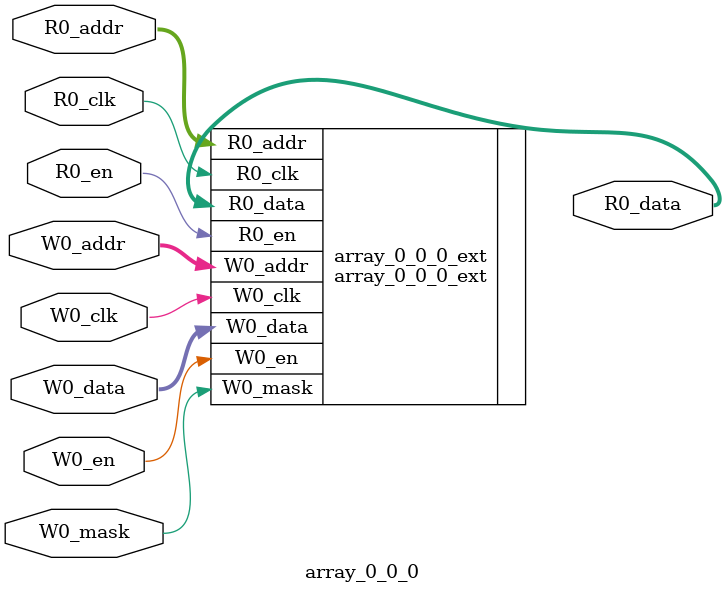
<source format=sv>
`ifndef RANDOMIZE
  `ifdef RANDOMIZE_REG_INIT
    `define RANDOMIZE
  `endif // RANDOMIZE_REG_INIT
`endif // not def RANDOMIZE
`ifndef RANDOMIZE
  `ifdef RANDOMIZE_MEM_INIT
    `define RANDOMIZE
  `endif // RANDOMIZE_MEM_INIT
`endif // not def RANDOMIZE

`ifndef RANDOM
  `define RANDOM $random
`endif // not def RANDOM

// Users can define 'PRINTF_COND' to add an extra gate to prints.
`ifndef PRINTF_COND_
  `ifdef PRINTF_COND
    `define PRINTF_COND_ (`PRINTF_COND)
  `else  // PRINTF_COND
    `define PRINTF_COND_ 1
  `endif // PRINTF_COND
`endif // not def PRINTF_COND_

// Users can define INIT_RANDOM as general code that gets injected into the
// initializer block for modules with registers.
`ifndef INIT_RANDOM
  `define INIT_RANDOM
`endif // not def INIT_RANDOM

// If using random initialization, you can also define RANDOMIZE_DELAY to
// customize the delay used, otherwise 0.002 is used.
`ifndef RANDOMIZE_DELAY
  `define RANDOMIZE_DELAY 0.002
`endif // not def RANDOMIZE_DELAY

// Define INIT_RANDOM_PROLOG_ for use in our modules below.
`ifndef INIT_RANDOM_PROLOG_
  `ifdef RANDOMIZE
    `ifdef VERILATOR
      `define INIT_RANDOM_PROLOG_ `INIT_RANDOM
    `else  // VERILATOR
      `define INIT_RANDOM_PROLOG_ `INIT_RANDOM #`RANDOMIZE_DELAY begin end
    `endif // VERILATOR
  `else  // RANDOMIZE
    `define INIT_RANDOM_PROLOG_
  `endif // RANDOMIZE
`endif // not def INIT_RANDOM_PROLOG_

// Include register initializers in init blocks unless synthesis is set
`ifndef SYNTHESIS
  `ifndef ENABLE_INITIAL_REG_
    `define ENABLE_INITIAL_REG_
  `endif // not def ENABLE_INITIAL_REG_
`endif // not def SYNTHESIS

// Include rmemory initializers in init blocks unless synthesis is set
`ifndef SYNTHESIS
  `ifndef ENABLE_INITIAL_MEM_
    `define ENABLE_INITIAL_MEM_
  `endif // not def ENABLE_INITIAL_MEM_
`endif // not def SYNTHESIS

module array_0_0_0(
  input  [7:0]  R0_addr,
  input         R0_en,
                R0_clk,
  input  [7:0]  W0_addr,
  input         W0_en,
                W0_clk,
  input  [63:0] W0_data,
  input         W0_mask,
  output [63:0] R0_data
);

  array_0_0_0_ext array_0_0_0_ext (
    .R0_addr (R0_addr),
    .R0_en   (R0_en),
    .R0_clk  (R0_clk),
    .W0_addr (W0_addr),
    .W0_en   (W0_en),
    .W0_clk  (W0_clk),
    .W0_data (W0_data),
    .W0_mask (W0_mask),
    .R0_data (R0_data)
  );
endmodule


</source>
